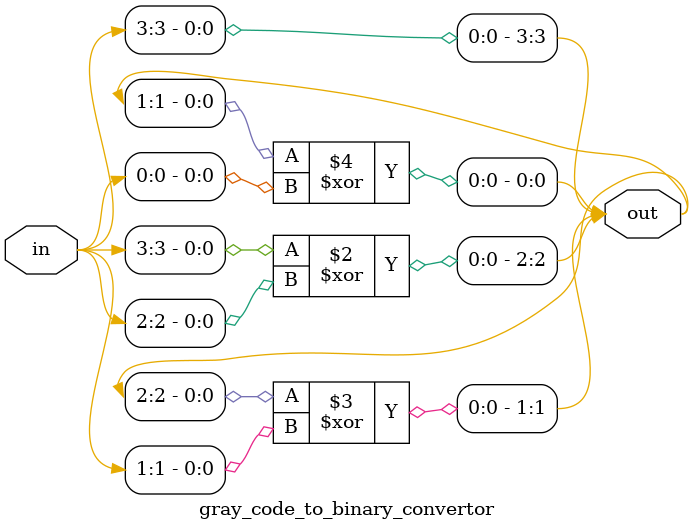
<source format=v>
`timescale 1ns / 1ps
module gray_code_to_binary_convertor(input [3:0] in,output reg [3:0] out);
always @(*) begin
out[3]=in[3];
out[2]=out[3]^in[2];
out[1]=out[2]^in[1];
out[0]=out[1]^in[0];
end
endmodule

</source>
